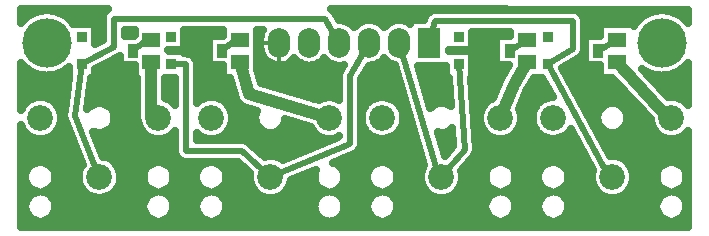
<source format=gtl>
G04 DipTrace 3.2.0.1*
G04 WellMonitor.gtl*
%MOIN*%
G04 #@! TF.FileFunction,Copper,L1,Top*
G04 #@! TF.Part,Single*
G04 #@! TA.AperFunction,Conductor*
%ADD13C,0.04*%
G04 #@! TA.AperFunction,CopperBalancing*
%ADD14C,0.025*%
G04 #@! TA.AperFunction,Conductor*
%ADD15C,0.02*%
G04 #@! TA.AperFunction,CopperBalancing*
%ADD18C,0.012992*%
%ADD19R,0.059055X0.051181*%
G04 #@! TA.AperFunction,ComponentPad*
%ADD20C,0.085984*%
%ADD21R,0.074803X0.098425*%
%ADD22O,0.074803X0.098425*%
%ADD24R,0.035433X0.035433*%
%ADD25R,0.035433X0.045276*%
G04 #@! TA.AperFunction,ViaPad*
%ADD26C,0.165*%
%FSLAX26Y26*%
G04*
G70*
G90*
G75*
G01*
G04 Top*
%LPD*%
X2118794Y980047D2*
D13*
X2074268Y902927D1*
X2030551Y793347D1*
X1163149Y980047D2*
X1193215Y873883D1*
X1460551Y793347D1*
X2418428Y980047D2*
X2590551Y793347D1*
X2600551D1*
X636403Y972173D2*
D15*
X613026Y801494D1*
X693701Y596496D1*
X1493701Y1043701D2*
X1447402Y1123894D1*
X741009D1*
Y1030596D1*
X636403Y972173D1*
X932711D2*
X982171D1*
Y683280D1*
X1169041D1*
X1263701Y596496D1*
X1593701Y1043701D2*
X1529435Y932389D1*
Y707414D1*
X1263701Y596496D1*
X1891757Y972173D2*
X1911442Y687921D1*
X1833701Y596496D1*
X1693701Y1043701D2*
X1827034Y596496D1*
X1833701D1*
X2187576Y972173D2*
X2393701Y596496D1*
X2403701D1*
X1793701Y1043701D2*
X1813306Y1116866D1*
X2273511D1*
Y1023708D1*
X2187576Y972173D1*
X1102003Y1017449D2*
X1146457Y1053811D1*
X1163149Y1054851D1*
X805694Y1017449D2*
X866958Y1067553D1*
Y1054851D1*
X2061049Y1017449D2*
X2118794Y1054851D1*
X2356868Y1017449D2*
X2418428Y1054851D1*
X866958Y980047D2*
D13*
Y793347D1*
X890551D1*
D26*
X518701Y1043701D3*
X2568701D3*
X435262Y1131332D2*
D14*
X451398D1*
X586011D2*
X702766D1*
X1487745D2*
X1777318D1*
X2309529D2*
X2501390D1*
X2636003D2*
X2653610D1*
X683114Y1106463D2*
X702013D1*
X1534753D2*
X1552648D1*
X1634763D2*
X1652657D1*
X2312507D2*
X2359898D1*
X683114Y1081595D2*
X702013D1*
X780001D2*
X808445D1*
X979410D2*
X1104633D1*
X1221664D2*
X1232884D1*
X2312507D2*
X2359898D1*
X683114Y1056726D2*
X702013D1*
X979410D2*
X1055293D1*
X1938451D2*
X2014333D1*
X979410Y1031857D2*
X1055293D1*
X1938451D2*
X2014333D1*
X995594Y1006988D2*
X1055293D1*
X1221664D2*
X1232345D1*
X1938451D2*
X2014333D1*
X731558Y982120D2*
X758997D1*
X1019779D2*
X1055293D1*
X1221664D2*
X1251149D1*
X1336278D2*
X1351122D1*
X1436251D2*
X1451131D1*
X1636270D2*
X1651150D1*
X1938451D2*
X2014333D1*
X2277628D2*
X2310163D1*
X434867Y957251D2*
X449819D1*
X687025D2*
X808445D1*
X1021179D2*
X1104633D1*
X1221664D2*
X1499144D1*
X1588436D2*
X1678888D1*
X1760070D2*
X1845032D1*
X1938451D2*
X2049464D1*
X2239878D2*
X2359898D1*
X2637582D2*
X2653251D1*
X434831Y932382D2*
X589695D1*
X683114D2*
X808445D1*
X1021179D2*
X1104633D1*
X1227477D2*
X1490460D1*
X1574082D2*
X1686316D1*
X1767462D2*
X1845032D1*
X1938451D2*
X2035075D1*
X2253550D2*
X2359898D1*
X2528099D2*
X2653180D1*
X434760Y907513D2*
X588224D1*
X666894D2*
X817955D1*
X915967D2*
X943191D1*
X1021179D2*
X1132874D1*
X1245276D2*
X1490460D1*
X1568413D2*
X1693708D1*
X1774890D2*
X1857161D1*
X1935329D2*
X2023556D1*
X2133086D2*
X2178934D1*
X2267186D2*
X2419574D1*
X2551029D2*
X2653144D1*
X434724Y882645D2*
X584815D1*
X663485D2*
X817955D1*
X915967D2*
X943191D1*
X1021179D2*
X1139908D1*
X1327809D2*
X1490460D1*
X1568413D2*
X1701136D1*
X1782283D2*
X1858883D1*
X1937051D2*
X2013616D1*
X2118733D2*
X2192570D1*
X2280822D2*
X2442504D1*
X2573959D2*
X2653072D1*
X434652Y857776D2*
X468335D1*
X525367D2*
X581406D1*
X660076D2*
X817955D1*
X919053D2*
X943191D1*
X1021179D2*
X1038319D1*
X1095352D2*
X1147120D1*
X1410379D2*
X1432041D1*
X1568413D2*
X1608340D1*
X1665372D2*
X1708564D1*
X1789711D2*
X1860606D1*
X1938773D2*
X2002025D1*
X2108793D2*
X2178324D1*
X2294458D2*
X2465434D1*
X2629078D2*
X2653036D1*
X556479Y832907D2*
X577997D1*
X726965D2*
X817955D1*
X1126463D2*
X1168759D1*
X1568413D2*
X1577228D1*
X1696483D2*
X1715956D1*
X1940496D2*
X1970914D1*
X2098889D2*
X2147213D1*
X2308129D2*
X2370448D1*
X2436954D2*
X2488328D1*
X744117Y808038D2*
X817955D1*
X1137264D2*
X1213291D1*
X1707249D2*
X1723384D1*
X1942218D2*
X1960148D1*
X2100970D2*
X2136447D1*
X2321765D2*
X2353295D1*
X2454106D2*
X2511258D1*
X568069Y783170D2*
X578535D1*
X745265D2*
X819103D1*
X1138090D2*
X1212142D1*
X1315286D2*
X1330668D1*
X1708074D2*
X1730813D1*
X1943941D2*
X1959323D1*
X2101795D2*
X2135622D1*
X2335401D2*
X2352147D1*
X2455255D2*
X2529307D1*
X559349Y758301D2*
X588296D1*
X732024D2*
X828038D1*
X1129334D2*
X1225384D1*
X1302009D2*
X1398058D1*
X1699354D2*
X1738205D1*
X1945663D2*
X1968043D1*
X2093040D2*
X2144342D1*
X2349037D2*
X2365388D1*
X2442013D2*
X2538063D1*
X434401Y733432D2*
X459149D1*
X534553D2*
X598092D1*
X681535D2*
X852870D1*
X928239D2*
X943191D1*
X1021179D2*
X1029169D1*
X1104538D2*
X1422854D1*
X1568413D2*
X1599153D1*
X1674522D2*
X1745633D1*
X1826779D2*
X1869218D1*
X1947386D2*
X1992875D1*
X2068244D2*
X2169174D1*
X2244543D2*
X2274458D1*
X2362709D2*
X2562859D1*
X2638228D2*
X2652749D1*
X434329Y708563D2*
X607889D1*
X691332D2*
X943191D1*
X1197980D2*
X1434947D1*
X1568413D2*
X1753025D1*
X1834207D2*
X1870940D1*
X1949108D2*
X2288094D1*
X2376345D2*
X2652713D1*
X434293Y683694D2*
X617685D1*
X701092D2*
X943191D1*
X1225073D2*
X1375380D1*
X1559657D2*
X1760453D1*
X1841599D2*
X1857448D1*
X1950185D2*
X2301730D1*
X2389981D2*
X2652641D1*
X434221Y658826D2*
X627446D1*
X726929D2*
X952592D1*
X1296913D2*
X1315776D1*
X1510280D2*
X1767881D1*
X1937087D2*
X2315366D1*
X2436918D2*
X2652570D1*
X434185Y633957D2*
X461051D1*
X532652D2*
X632685D1*
X754739D2*
X854772D1*
X926337D2*
X1031071D1*
X1102636D2*
X1166354D1*
X1496357D2*
X1601055D1*
X1672656D2*
X1772689D1*
X1915951D2*
X1994777D1*
X2066342D2*
X2171076D1*
X2242641D2*
X2329038D1*
X2464728D2*
X2564761D1*
X2636326D2*
X2652534D1*
X434114Y609088D2*
X445846D1*
X547867D2*
X622852D1*
X764535D2*
X839557D1*
X941552D2*
X1015856D1*
X1117851D2*
X1192873D1*
X1391109D2*
X1409541D1*
X1511572D2*
X1585840D1*
X1687871D2*
X1762857D1*
X1904540D2*
X1979562D1*
X2081557D2*
X2155861D1*
X2257856D2*
X2332877D1*
X2474524D2*
X2549546D1*
X434078Y584219D2*
X445773D1*
X547938D2*
X622816D1*
X764607D2*
X839449D1*
X941624D2*
X1015748D1*
X1117923D2*
X1192801D1*
X1334591D2*
X1409470D1*
X1511644D2*
X1585769D1*
X1687943D2*
X1762821D1*
X1904576D2*
X1979454D1*
X2081628D2*
X2155753D1*
X2257927D2*
X2332806D1*
X2474596D2*
X2549474D1*
X434006Y559351D2*
X460728D1*
X532975D2*
X632469D1*
X754918D2*
X854413D1*
X926696D2*
X1030712D1*
X1102995D2*
X1202490D1*
X1324939D2*
X1424397D1*
X1496680D2*
X1600696D1*
X1672979D2*
X1772474D1*
X1894923D2*
X1994418D1*
X2066701D2*
X2170717D1*
X2243000D2*
X2342494D1*
X2464907D2*
X2564402D1*
X2636685D2*
X2652354D1*
X433934Y534482D2*
X459902D1*
X533800D2*
X659849D1*
X727539D2*
X853624D1*
X927485D2*
X1029923D1*
X1103784D2*
X1229869D1*
X1297559D2*
X1423608D1*
X1497470D2*
X1599907D1*
X1673769D2*
X1799854D1*
X1867543D2*
X1993628D1*
X2067490D2*
X2169927D1*
X2243789D2*
X2369874D1*
X2437528D2*
X2563613D1*
X2637474D2*
X2652318D1*
X433898Y509613D2*
X445618D1*
X548118D2*
X839270D1*
X941803D2*
X1015569D1*
X1118102D2*
X1409290D1*
X1511823D2*
X1585589D1*
X1688122D2*
X1979275D1*
X2081808D2*
X2155574D1*
X2258107D2*
X2549295D1*
X433827Y484744D2*
X446040D1*
X547651D2*
X839736D1*
X941373D2*
X1016035D1*
X1117672D2*
X1409757D1*
X1511357D2*
X1586056D1*
X1687656D2*
X1979741D1*
X2081377D2*
X2156040D1*
X2257676D2*
X2549726D1*
X433791Y459876D2*
X461912D1*
X531790D2*
X855597D1*
X925512D2*
X1031896D1*
X1101811D2*
X1425618D1*
X1495496D2*
X1601917D1*
X1671795D2*
X1995602D1*
X2065481D2*
X2171901D1*
X2241780D2*
X2565622D1*
X2635501D2*
X2652139D1*
X433719Y435007D2*
X2652103D1*
X762971Y591045D2*
X761265Y580276D1*
X757896Y569906D1*
X752946Y560191D1*
X746537Y551370D1*
X738827Y543660D1*
X730006Y537251D1*
X720291Y532301D1*
X709922Y528932D1*
X699153Y527226D1*
X688249D1*
X677480Y528932D1*
X667111Y532301D1*
X657396Y537251D1*
X648575Y543660D1*
X640865Y551370D1*
X634456Y560191D1*
X629506Y569906D1*
X626137Y580276D1*
X624431Y591045D1*
Y601948D1*
X626137Y612717D1*
X629506Y623087D1*
X634456Y632802D1*
X638107Y638125D1*
X578125Y790836D1*
X576888Y796427D1*
X576540Y802142D1*
X578118Y815547D1*
X593520Y927999D1*
X592195Y927965D1*
Y963239D1*
X582765Y955525D1*
X575649Y950770D1*
X568182Y946588D1*
X560410Y943006D1*
X552381Y940043D1*
X544145Y937720D1*
X535751Y936051D1*
X527252Y935045D1*
X518701Y934709D1*
X510150Y935045D1*
X501651Y936051D1*
X493257Y937720D1*
X485021Y940043D1*
X476992Y943006D1*
X469220Y946588D1*
X461753Y950770D1*
X454637Y955525D1*
X447916Y960823D1*
X441632Y966632D1*
X435823Y972916D1*
X432408Y977248D1*
X432073Y818481D1*
X434940Y824892D1*
X440637Y834188D1*
X447718Y842479D1*
X456009Y849561D1*
X465305Y855257D1*
X475379Y859430D1*
X485981Y861975D1*
X496851Y862831D1*
X507720Y861975D1*
X518322Y859430D1*
X528396Y855257D1*
X537692Y849561D1*
X545983Y842479D1*
X553064Y834188D1*
X558761Y824892D1*
X562934Y814818D1*
X565479Y804216D1*
X566335Y793347D1*
X565479Y782477D1*
X562934Y771875D1*
X558761Y761802D1*
X553064Y752505D1*
X545983Y744214D1*
X537692Y737133D1*
X528396Y731436D1*
X518322Y727263D1*
X507720Y724718D1*
X496851Y723863D1*
X485981Y724718D1*
X475379Y727263D1*
X465305Y731436D1*
X456009Y737133D1*
X447718Y744214D1*
X440637Y752505D1*
X434940Y761802D1*
X431970Y768616D1*
X431225Y431219D1*
X2654596Y431201D1*
X2655288Y750549D1*
X2649684Y744214D1*
X2641393Y737133D1*
X2632097Y731436D1*
X2622023Y727263D1*
X2611421Y724718D1*
X2600551Y723863D1*
X2589682Y724718D1*
X2579080Y727263D1*
X2569006Y731436D1*
X2559710Y737133D1*
X2551419Y744214D1*
X2544338Y752505D1*
X2538641Y761802D1*
X2534468Y771875D1*
X2531923Y782477D1*
X2531234Y789109D1*
X2403207Y927967D1*
X2362409Y927965D1*
Y968334D1*
X2312659Y968319D1*
Y1066579D1*
X2362431D1*
X2362409Y1106933D1*
X2474448D1*
Y1098428D1*
X2480525Y1107765D1*
X2485823Y1114486D1*
X2491632Y1120770D1*
X2497916Y1126579D1*
X2504637Y1131877D1*
X2511753Y1136632D1*
X2519220Y1140814D1*
X2526992Y1144396D1*
X2535021Y1147359D1*
X2543257Y1149682D1*
X2551651Y1151351D1*
X2560150Y1152357D1*
X2568701Y1152693D1*
X2577252Y1152357D1*
X2585751Y1151351D1*
X2594145Y1149682D1*
X2602381Y1147359D1*
X2610410Y1144396D1*
X2618182Y1140814D1*
X2625649Y1136632D1*
X2632765Y1131877D1*
X2639486Y1126579D1*
X2645770Y1120770D1*
X2651579Y1114486D1*
X2656070Y1108789D1*
X2656174Y1154604D1*
X1465747Y1155439D1*
X1471102Y1151643D1*
X1475151Y1147594D1*
X1478522Y1142951D1*
X1492156Y1119361D1*
X1498714Y1119209D1*
X1508617Y1117640D1*
X1518152Y1114542D1*
X1527085Y1109990D1*
X1535197Y1104097D1*
X1542286Y1097008D1*
X1543681Y1095238D1*
X1548521Y1100692D1*
X1556145Y1107203D1*
X1564694Y1112442D1*
X1573957Y1116278D1*
X1583706Y1118619D1*
X1593701Y1119406D1*
X1603696Y1118619D1*
X1613445Y1116278D1*
X1622708Y1112442D1*
X1631257Y1107203D1*
X1638881Y1100692D1*
X1643681Y1095238D1*
X1648521Y1100692D1*
X1656145Y1107203D1*
X1664694Y1112442D1*
X1673957Y1116278D1*
X1683706Y1118619D1*
X1693701Y1119406D1*
X1703696Y1118619D1*
X1713445Y1116278D1*
X1722708Y1112442D1*
X1729806Y1108172D1*
X1729807Y1119406D1*
X1776206D1*
X1779592Y1130831D1*
X1782191Y1135933D1*
X1785557Y1140566D1*
X1789606Y1144615D1*
X1794239Y1147981D1*
X1799341Y1150581D1*
X1804787Y1152350D1*
X1810443Y1153246D1*
X1859238Y1153358D1*
X2276374Y1153246D1*
X2282030Y1152350D1*
X2287476Y1150581D1*
X2292578Y1147981D1*
X2297210Y1144615D1*
X2301260Y1140566D1*
X2304625Y1135933D1*
X2307225Y1130831D1*
X2308995Y1125385D1*
X2309890Y1119729D1*
X2310003Y1070935D1*
X2309861Y1020496D1*
X2308911Y1014849D1*
X2307090Y1009420D1*
X2304441Y1004343D1*
X2301031Y999743D1*
X2296943Y995733D1*
X2292279Y992412D1*
X2236484Y958952D1*
X2397343Y665722D1*
X2403701Y665980D1*
X2414571Y665125D1*
X2425173Y662580D1*
X2435246Y658407D1*
X2444543Y652710D1*
X2452834Y645629D1*
X2459915Y637338D1*
X2465612Y628041D1*
X2469784Y617968D1*
X2472330Y607366D1*
X2473185Y596496D1*
X2472330Y585627D1*
X2469784Y575024D1*
X2465612Y564951D1*
X2459915Y555655D1*
X2452834Y547364D1*
X2444543Y540282D1*
X2435246Y534585D1*
X2425173Y530413D1*
X2414571Y527868D1*
X2403701Y527012D1*
X2392831Y527868D1*
X2382229Y530413D1*
X2372156Y534585D1*
X2362859Y540282D1*
X2354568Y547364D1*
X2347487Y555655D1*
X2341790Y564951D1*
X2337618Y575024D1*
X2335072Y585627D1*
X2334217Y596496D1*
X2335072Y607366D1*
X2337618Y617968D1*
X2338687Y620867D1*
X2264959Y755275D1*
X2259687Y748220D1*
X2251977Y740511D1*
X2243156Y734102D1*
X2233441Y729152D1*
X2223071Y725782D1*
X2212302Y724077D1*
X2201399D1*
X2190630Y725782D1*
X2180260Y729152D1*
X2170545Y734102D1*
X2161724Y740511D1*
X2154014Y748220D1*
X2147606Y757041D1*
X2142656Y766756D1*
X2139286Y777126D1*
X2137581Y787895D1*
Y798798D1*
X2139286Y809567D1*
X2142656Y819937D1*
X2147606Y829652D1*
X2154014Y838473D1*
X2161724Y846183D1*
X2170545Y852592D1*
X2180260Y857542D1*
X2190630Y860911D1*
X2201399Y862617D1*
X2205977Y862796D1*
X2170195Y927990D1*
X2142410Y927965D1*
X2116212Y882592D1*
X2092865Y824073D1*
X2096635Y814818D1*
X2099180Y804216D1*
X2100036Y793347D1*
X2099180Y782477D1*
X2096635Y771875D1*
X2092462Y761802D1*
X2086765Y752505D1*
X2079684Y744214D1*
X2071393Y737133D1*
X2062097Y731436D1*
X2052023Y727263D1*
X2041421Y724718D1*
X2030551Y723863D1*
X2019682Y724718D1*
X2009080Y727263D1*
X1999006Y731436D1*
X1989710Y737133D1*
X1981419Y744214D1*
X1974338Y752505D1*
X1968641Y761802D1*
X1964468Y771875D1*
X1961923Y782477D1*
X1961067Y793347D1*
X1961923Y804216D1*
X1964468Y814818D1*
X1968641Y824892D1*
X1974338Y834188D1*
X1981419Y842479D1*
X1989710Y849561D1*
X1999006Y855257D1*
X2006460Y858464D1*
X2032577Y923502D1*
X2058352Y968344D1*
X2016840Y968319D1*
Y1066579D1*
X2062808D1*
X2062775Y1080385D1*
X1935948Y1080374D1*
X1935966Y1018516D1*
X1857595Y1018356D1*
Y1016382D1*
X1935966D1*
Y927965D1*
X1931409D1*
X1947934Y688001D1*
X1947498Y682291D1*
X1946173Y676720D1*
X1943993Y671425D1*
X1941012Y666536D1*
X1909488Y629291D1*
X1899795Y617891D1*
X1902330Y607366D1*
X1903185Y596496D1*
X1902330Y585627D1*
X1899784Y575024D1*
X1895612Y564951D1*
X1889915Y555655D1*
X1882834Y547364D1*
X1874543Y540282D1*
X1865246Y534585D1*
X1855173Y530413D1*
X1844571Y527868D1*
X1833701Y527012D1*
X1822831Y527868D1*
X1812229Y530413D1*
X1802156Y534585D1*
X1792859Y540282D1*
X1784568Y547364D1*
X1777487Y555655D1*
X1771790Y564951D1*
X1767618Y575024D1*
X1765072Y585627D1*
X1764217Y596496D1*
X1765072Y607366D1*
X1767618Y617968D1*
X1771790Y628041D1*
X1777002Y636611D1*
X1677570Y970084D1*
X1669250Y972860D1*
X1660317Y977412D1*
X1652205Y983305D1*
X1645116Y990394D1*
X1643721Y992164D1*
X1638881Y986710D1*
X1631257Y980199D1*
X1622708Y974960D1*
X1613445Y971124D1*
X1603696Y968783D1*
X1593701Y967996D1*
X1592154Y968057D1*
X1565933Y922623D1*
X1565822Y704649D1*
X1564941Y698991D1*
X1563187Y693540D1*
X1560601Y688431D1*
X1557248Y683789D1*
X1553210Y679729D1*
X1548586Y676351D1*
X1543491Y673737D1*
X1474048Y644752D1*
X1479729Y642796D1*
X1486736Y639226D1*
X1493098Y634603D1*
X1498658Y629043D1*
X1503281Y622681D1*
X1506851Y615674D1*
X1509281Y608195D1*
X1510511Y600428D1*
Y592564D1*
X1509281Y584797D1*
X1506851Y577318D1*
X1503281Y570312D1*
X1498658Y563950D1*
X1493098Y558389D1*
X1486736Y553767D1*
X1479729Y550197D1*
X1472250Y547767D1*
X1469914Y547302D1*
X1476037Y545732D1*
X1483303Y542723D1*
X1490008Y538614D1*
X1495987Y533507D1*
X1501095Y527527D1*
X1505203Y520822D1*
X1508213Y513557D1*
X1510048Y505911D1*
X1510665Y498071D1*
X1510048Y490232D1*
X1508213Y482585D1*
X1505203Y475320D1*
X1501095Y468615D1*
X1495987Y462635D1*
X1490008Y457528D1*
X1483303Y453419D1*
X1476037Y450410D1*
X1468391Y448574D1*
X1460551Y447957D1*
X1452712Y448574D1*
X1445065Y450410D1*
X1437800Y453419D1*
X1431095Y457528D1*
X1425115Y462635D1*
X1420008Y468615D1*
X1415899Y475320D1*
X1412890Y482585D1*
X1411054Y490232D1*
X1410437Y498071D1*
X1411054Y505911D1*
X1412890Y513557D1*
X1415899Y520822D1*
X1420008Y527527D1*
X1425115Y533507D1*
X1431095Y538614D1*
X1437800Y542723D1*
X1445065Y545732D1*
X1451189Y547265D1*
X1445065Y548835D1*
X1437800Y551844D1*
X1431095Y555953D1*
X1425115Y561060D1*
X1420008Y567040D1*
X1415899Y573745D1*
X1412890Y581010D1*
X1411054Y588657D1*
X1410437Y596496D1*
X1411054Y604336D1*
X1412890Y611982D1*
X1415899Y619248D1*
X1416793Y620843D1*
X1332315Y585593D1*
X1329784Y575024D1*
X1325612Y564951D1*
X1319915Y555655D1*
X1312834Y547364D1*
X1304543Y540282D1*
X1295246Y534585D1*
X1285173Y530413D1*
X1274571Y527868D1*
X1263701Y527012D1*
X1252831Y527868D1*
X1242229Y530413D1*
X1232156Y534585D1*
X1222859Y540282D1*
X1214568Y547364D1*
X1207487Y555655D1*
X1201790Y564951D1*
X1197618Y575024D1*
X1195072Y585627D1*
X1194217Y596496D1*
X1195072Y607366D1*
X1195501Y609519D1*
X1154849Y646784D1*
X979308Y646900D1*
X973652Y647796D1*
X968206Y649565D1*
X963104Y652165D1*
X958471Y655531D1*
X954422Y659580D1*
X951056Y664213D1*
X948456Y669315D1*
X946687Y674761D1*
X945791Y680417D1*
X945679Y729211D1*
Y751065D1*
X939684Y744214D1*
X931393Y737133D1*
X922097Y731436D1*
X912023Y727263D1*
X901421Y724718D1*
X890551Y723863D1*
X879682Y724718D1*
X869080Y727263D1*
X859006Y731436D1*
X849710Y737133D1*
X841419Y744214D1*
X834338Y752505D1*
X828641Y761802D1*
X824468Y771875D1*
X821751Y782493D1*
X820609Y789699D1*
X820466Y820906D1*
Y927948D1*
X810939Y927965D1*
Y968335D1*
X761486Y968319D1*
Y1000364D1*
X718702Y976339D1*
X680637Y955080D1*
X680612Y927965D1*
X667155D1*
X652686Y822133D1*
X658265Y828783D1*
X664245Y833890D1*
X670950Y837999D1*
X678215Y841008D1*
X685861Y842844D1*
X693701Y843461D1*
X701541Y842844D1*
X709187Y841008D1*
X716452Y837999D1*
X723157Y833890D1*
X729137Y828783D1*
X734244Y822803D1*
X738353Y816098D1*
X741362Y808833D1*
X743198Y801186D1*
X743815Y793347D1*
X743198Y785507D1*
X741362Y777861D1*
X738353Y770595D1*
X734244Y763890D1*
X729137Y757911D1*
X723157Y752804D1*
X716452Y748695D1*
X709187Y745685D1*
X701541Y743850D1*
X693701Y743233D1*
X685861Y743850D1*
X678215Y745685D1*
X673476Y747530D1*
X705999Y664896D1*
X715173Y662580D1*
X725246Y658407D1*
X734543Y652710D1*
X742834Y645629D1*
X749915Y637338D1*
X755612Y628041D1*
X759784Y617968D1*
X762330Y607366D1*
X763185Y596496D1*
X762971Y591045D1*
X913443Y858906D2*
X922097Y855257D1*
X931393Y849561D1*
X939684Y842479D1*
X945670Y835578D1*
X945679Y927974D1*
X913441Y927965D1*
X913450Y858938D1*
X546810Y494139D2*
X545580Y486372D1*
X543150Y478893D1*
X539580Y471887D1*
X534958Y465525D1*
X529397Y459964D1*
X523035Y455342D1*
X516028Y451772D1*
X508549Y449342D1*
X500783Y448112D1*
X492919D1*
X485152Y449342D1*
X477673Y451772D1*
X470666Y455342D1*
X464304Y459964D1*
X458744Y465525D1*
X454121Y471887D1*
X450551Y478893D1*
X448121Y486372D1*
X446891Y494139D1*
Y502003D1*
X448121Y509770D1*
X450551Y517249D1*
X454121Y524256D1*
X458744Y530618D1*
X464304Y536178D1*
X470666Y540800D1*
X477673Y544370D1*
X485152Y546800D1*
X487488Y547265D1*
X481365Y548835D1*
X474099Y551844D1*
X467394Y555953D1*
X461415Y561060D1*
X456307Y567040D1*
X452199Y573745D1*
X449189Y581010D1*
X447354Y588657D1*
X446737Y596496D1*
X447354Y604336D1*
X449189Y611982D1*
X452199Y619248D1*
X456307Y625953D1*
X461415Y631932D1*
X467394Y637039D1*
X474099Y641148D1*
X481365Y644158D1*
X489011Y645993D1*
X496851Y646610D1*
X504690Y645993D1*
X512337Y644158D1*
X519602Y641148D1*
X526307Y637039D1*
X532287Y631932D1*
X537394Y625953D1*
X541503Y619248D1*
X544512Y611982D1*
X546348Y604336D1*
X546965Y596496D1*
X546348Y588657D1*
X544512Y581010D1*
X541503Y573745D1*
X537394Y567040D1*
X532287Y561060D1*
X526307Y555953D1*
X519602Y551844D1*
X512337Y548835D1*
X506213Y547302D1*
X512337Y545732D1*
X519602Y542723D1*
X526307Y538614D1*
X532287Y533507D1*
X537394Y527527D1*
X541503Y520822D1*
X544512Y513557D1*
X546348Y505911D1*
X546965Y498071D1*
X546810Y494139D1*
X940511D2*
X939281Y486372D1*
X936851Y478893D1*
X933281Y471887D1*
X928658Y465525D1*
X923098Y459964D1*
X916736Y455342D1*
X909729Y451772D1*
X902250Y449342D1*
X894483Y448112D1*
X886619D1*
X878853Y449342D1*
X871374Y451772D1*
X864367Y455342D1*
X858005Y459964D1*
X852444Y465525D1*
X847822Y471887D1*
X844252Y478893D1*
X841822Y486372D1*
X840592Y494139D1*
Y502003D1*
X841822Y509770D1*
X844252Y517249D1*
X847822Y524256D1*
X852444Y530618D1*
X858005Y536178D1*
X864367Y540800D1*
X871374Y544370D1*
X878853Y546800D1*
X881189Y547265D1*
X875065Y548835D1*
X867800Y551844D1*
X861095Y555953D1*
X855115Y561060D1*
X850008Y567040D1*
X845899Y573745D1*
X842890Y581010D1*
X841054Y588657D1*
X840437Y596496D1*
X841054Y604336D1*
X842890Y611982D1*
X845899Y619248D1*
X850008Y625953D1*
X855115Y631932D1*
X861095Y637039D1*
X867800Y641148D1*
X875065Y644158D1*
X882712Y645993D1*
X890551Y646610D1*
X898391Y645993D1*
X906037Y644158D1*
X913303Y641148D1*
X920008Y637039D1*
X925987Y631932D1*
X931095Y625953D1*
X935203Y619248D1*
X938213Y611982D1*
X940048Y604336D1*
X940665Y596496D1*
X940048Y588657D1*
X938213Y581010D1*
X935203Y573745D1*
X931095Y567040D1*
X925987Y561060D1*
X920008Y555953D1*
X913303Y551844D1*
X906037Y548835D1*
X899914Y547302D1*
X906037Y545732D1*
X913303Y542723D1*
X920008Y538614D1*
X925987Y533507D1*
X931095Y527527D1*
X935203Y520822D1*
X938213Y513557D1*
X940048Y505911D1*
X940665Y498071D1*
X940511Y494139D1*
X1244834Y663314D2*
X1252831Y665125D1*
X1263701Y665980D1*
X1274571Y665125D1*
X1285173Y662580D1*
X1295246Y658407D1*
X1304206Y652935D1*
X1482023Y727263D1*
X1471421Y724718D1*
X1460551Y723863D1*
X1449682Y724718D1*
X1439080Y727263D1*
X1429006Y731436D1*
X1419710Y737133D1*
X1411419Y744214D1*
X1404338Y752505D1*
X1398641Y761802D1*
X1397757Y763718D1*
X1313656Y789044D1*
X1312430Y781648D1*
X1310000Y774169D1*
X1306430Y767162D1*
X1301808Y760800D1*
X1296247Y755240D1*
X1289886Y750617D1*
X1282879Y747047D1*
X1275400Y744617D1*
X1267633Y743387D1*
X1259769D1*
X1252002Y744617D1*
X1244523Y747047D1*
X1237516Y750617D1*
X1231155Y755240D1*
X1225594Y760800D1*
X1220972Y767162D1*
X1217402Y774169D1*
X1214972Y781648D1*
X1213741Y789415D1*
Y797279D1*
X1214972Y805046D1*
X1217402Y812524D1*
X1219748Y817345D1*
X1176353Y830557D1*
X1169783Y833728D1*
X1163790Y837888D1*
X1158521Y842934D1*
X1154107Y848743D1*
X1150656Y855170D1*
X1149315Y858581D1*
X1129581Y927954D1*
X1107129Y927965D1*
Y968334D1*
X1057795Y968319D1*
Y1066579D1*
X1104408D1*
X1107129Y1076259D1*
Y1087419D1*
X976924Y1087402D1*
X976920Y1018516D1*
X922986D1*
X925249Y1016382D1*
X976920D1*
Y1008667D1*
X985034Y1008553D1*
X990690Y1007657D1*
X996136Y1005888D1*
X1001238Y1003288D1*
X1005871Y999922D1*
X1009920Y995873D1*
X1013285Y991241D1*
X1015885Y986138D1*
X1017655Y980692D1*
X1018550Y975037D1*
X1018663Y926242D1*
Y843385D1*
X1026009Y849561D1*
X1035305Y855257D1*
X1045379Y859430D1*
X1055981Y861975D1*
X1066851Y862831D1*
X1077720Y861975D1*
X1088322Y859430D1*
X1098396Y855257D1*
X1107692Y849561D1*
X1115983Y842479D1*
X1123064Y834188D1*
X1128761Y824892D1*
X1132934Y814818D1*
X1135479Y804216D1*
X1136335Y793347D1*
X1135479Y782477D1*
X1132934Y771875D1*
X1128761Y761802D1*
X1123064Y752505D1*
X1115983Y744214D1*
X1107692Y737133D1*
X1098396Y731436D1*
X1088322Y727263D1*
X1077720Y724718D1*
X1066851Y723863D1*
X1055981Y724718D1*
X1045379Y727263D1*
X1035305Y731436D1*
X1026009Y737133D1*
X1018673Y743332D1*
X1018663Y719800D1*
X1171904Y719659D1*
X1177560Y718764D1*
X1183006Y716994D1*
X1188108Y714394D1*
X1192749Y711021D1*
X1244777Y663352D1*
X1492933Y731904D2*
X1490645Y730767D1*
X1424525Y852748D2*
X1433961Y857542D1*
X1444331Y860911D1*
X1455100Y862617D1*
X1466003D1*
X1476772Y860911D1*
X1487142Y857542D1*
X1492933Y854789D1*
X1493055Y935252D1*
X1493951Y940908D1*
X1495720Y946354D1*
X1502425Y958590D1*
X1508617Y969762D1*
X1498714Y968193D1*
X1488688D1*
X1478785Y969762D1*
X1469250Y972860D1*
X1460317Y977412D1*
X1452205Y983305D1*
X1445116Y990394D1*
X1443721Y992164D1*
X1438881Y986710D1*
X1431257Y980199D1*
X1422708Y974960D1*
X1413445Y971124D1*
X1403696Y968783D1*
X1393701Y967996D1*
X1383706Y968783D1*
X1373957Y971124D1*
X1364694Y974960D1*
X1356145Y980199D1*
X1348521Y986710D1*
X1343721Y992164D1*
X1339286Y987119D1*
X1333846Y982183D1*
X1327876Y977904D1*
X1321455Y974339D1*
X1314666Y971534D1*
X1307601Y969527D1*
X1300352Y968344D1*
X1293015Y968000D1*
X1285687Y968501D1*
X1278465Y969840D1*
X1271444Y971998D1*
X1264718Y974948D1*
X1258374Y978651D1*
X1252498Y983057D1*
X1247165Y988108D1*
X1242448Y993738D1*
X1238408Y999873D1*
X1235099Y1006430D1*
X1232564Y1013324D1*
X1230838Y1020463D1*
X1229941Y1027753D1*
X1229808Y1046588D1*
X1230007Y1060553D1*
X1231006Y1067830D1*
X1232834Y1074944D1*
X1235466Y1081801D1*
X1238340Y1087398D1*
X1219142Y1087402D1*
X1219168Y952862D1*
X1231007Y911062D1*
X1424496Y852765D1*
X1116810Y494139D2*
X1115580Y486372D1*
X1113150Y478893D1*
X1109580Y471887D1*
X1104958Y465525D1*
X1099397Y459964D1*
X1093035Y455342D1*
X1086028Y451772D1*
X1078549Y449342D1*
X1070783Y448112D1*
X1062919D1*
X1055152Y449342D1*
X1047673Y451772D1*
X1040666Y455342D1*
X1034304Y459964D1*
X1028744Y465525D1*
X1024121Y471887D1*
X1020551Y478893D1*
X1018121Y486372D1*
X1016891Y494139D1*
Y502003D1*
X1018121Y509770D1*
X1020551Y517249D1*
X1024121Y524256D1*
X1028744Y530618D1*
X1034304Y536178D1*
X1040666Y540800D1*
X1047673Y544370D1*
X1055152Y546800D1*
X1057488Y547265D1*
X1051365Y548835D1*
X1044099Y551844D1*
X1037394Y555953D1*
X1031415Y561060D1*
X1026307Y567040D1*
X1022199Y573745D1*
X1019189Y581010D1*
X1017354Y588657D1*
X1016737Y596496D1*
X1017354Y604336D1*
X1019189Y611982D1*
X1022199Y619248D1*
X1026307Y625953D1*
X1031415Y631932D1*
X1037394Y637039D1*
X1044099Y641148D1*
X1051365Y644158D1*
X1059011Y645993D1*
X1066851Y646610D1*
X1074690Y645993D1*
X1082337Y644158D1*
X1089602Y641148D1*
X1096307Y637039D1*
X1102287Y631932D1*
X1107394Y625953D1*
X1111503Y619248D1*
X1114512Y611982D1*
X1116348Y604336D1*
X1116965Y596496D1*
X1116348Y588657D1*
X1114512Y581010D1*
X1111503Y573745D1*
X1107394Y567040D1*
X1102287Y561060D1*
X1096307Y555953D1*
X1089602Y551844D1*
X1082337Y548835D1*
X1076213Y547302D1*
X1082337Y545732D1*
X1089602Y542723D1*
X1096307Y538614D1*
X1102287Y533507D1*
X1107394Y527527D1*
X1111503Y520822D1*
X1114512Y513557D1*
X1116348Y505911D1*
X1116965Y498071D1*
X1116810Y494139D1*
X1706121Y787895D2*
X1704415Y777126D1*
X1701046Y766756D1*
X1696096Y757041D1*
X1689687Y748220D1*
X1681977Y740511D1*
X1673156Y734102D1*
X1663441Y729152D1*
X1653071Y725782D1*
X1642302Y724077D1*
X1631399D1*
X1620630Y725782D1*
X1610260Y729152D1*
X1600545Y734102D1*
X1591724Y740511D1*
X1584014Y748220D1*
X1577606Y757041D1*
X1572656Y766756D1*
X1569286Y777126D1*
X1567581Y787895D1*
Y798798D1*
X1569286Y809567D1*
X1572656Y819937D1*
X1577606Y829652D1*
X1584014Y838473D1*
X1591724Y846183D1*
X1600545Y852592D1*
X1610260Y857542D1*
X1620630Y860911D1*
X1631399Y862617D1*
X1642302D1*
X1653071Y860911D1*
X1663441Y857542D1*
X1673156Y852592D1*
X1681977Y846183D1*
X1689687Y838473D1*
X1696096Y829652D1*
X1701046Y819937D1*
X1704415Y809567D1*
X1706121Y798798D1*
Y787895D1*
X1686810Y494139D2*
X1685580Y486372D1*
X1683150Y478893D1*
X1679580Y471887D1*
X1674958Y465525D1*
X1669397Y459964D1*
X1663035Y455342D1*
X1656028Y451772D1*
X1648549Y449342D1*
X1640783Y448112D1*
X1632919D1*
X1625152Y449342D1*
X1617673Y451772D1*
X1610666Y455342D1*
X1604304Y459964D1*
X1598744Y465525D1*
X1594121Y471887D1*
X1590551Y478893D1*
X1588121Y486372D1*
X1586891Y494139D1*
Y502003D1*
X1588121Y509770D1*
X1590551Y517249D1*
X1594121Y524256D1*
X1598744Y530618D1*
X1604304Y536178D1*
X1610666Y540800D1*
X1617673Y544370D1*
X1625152Y546800D1*
X1627488Y547265D1*
X1621365Y548835D1*
X1614099Y551844D1*
X1607394Y555953D1*
X1601415Y561060D1*
X1596307Y567040D1*
X1592199Y573745D1*
X1589189Y581010D1*
X1587354Y588657D1*
X1586737Y596496D1*
X1587354Y604336D1*
X1589189Y611982D1*
X1592199Y619248D1*
X1596307Y625953D1*
X1601415Y631932D1*
X1607394Y637039D1*
X1614099Y641148D1*
X1621365Y644158D1*
X1629011Y645993D1*
X1636851Y646610D1*
X1644690Y645993D1*
X1652337Y644158D1*
X1659602Y641148D1*
X1666307Y637039D1*
X1672287Y631932D1*
X1677394Y625953D1*
X1681503Y619248D1*
X1684512Y611982D1*
X1686348Y604336D1*
X1686965Y596496D1*
X1686348Y588657D1*
X1684512Y581010D1*
X1681503Y573745D1*
X1677394Y567040D1*
X1672287Y561060D1*
X1666307Y555953D1*
X1659602Y551844D1*
X1652337Y548835D1*
X1646213Y547302D1*
X1652337Y545732D1*
X1659602Y542723D1*
X1666307Y538614D1*
X1672287Y533507D1*
X1677394Y527527D1*
X1681503Y520822D1*
X1684512Y513557D1*
X1686348Y505911D1*
X1686965Y498071D1*
X1686810Y494139D1*
X1869961Y758802D2*
X1866247Y755240D1*
X1859886Y750617D1*
X1852879Y747047D1*
X1845400Y744617D1*
X1837633Y743387D1*
X1829769D1*
X1822002Y744617D1*
X1820863Y744939D1*
X1844518Y665574D1*
X1874034Y700261D1*
X1869958Y758751D1*
X1796439Y826807D2*
X1801155Y831454D1*
X1807516Y836076D1*
X1814523Y839646D1*
X1822002Y842076D1*
X1829769Y843306D1*
X1837633D1*
X1845400Y842076D1*
X1852879Y839646D1*
X1859886Y836076D1*
X1864835Y832567D1*
X1858242Y927935D1*
X1847549Y927965D1*
Y967976D1*
X1754356Y967996D1*
X1796433Y826855D1*
X2080511Y494139D2*
X2079281Y486372D1*
X2076851Y478893D1*
X2073281Y471887D1*
X2068658Y465525D1*
X2063098Y459964D1*
X2056736Y455342D1*
X2049729Y451772D1*
X2042250Y449342D1*
X2034483Y448112D1*
X2026619D1*
X2018853Y449342D1*
X2011374Y451772D1*
X2004367Y455342D1*
X1998005Y459964D1*
X1992444Y465525D1*
X1987822Y471887D1*
X1984252Y478893D1*
X1981822Y486372D1*
X1980592Y494139D1*
Y502003D1*
X1981822Y509770D1*
X1984252Y517249D1*
X1987822Y524256D1*
X1992444Y530618D1*
X1998005Y536178D1*
X2004367Y540800D1*
X2011374Y544370D1*
X2018853Y546800D1*
X2021189Y547265D1*
X2015065Y548835D1*
X2007800Y551844D1*
X2001095Y555953D1*
X1995115Y561060D1*
X1990008Y567040D1*
X1985899Y573745D1*
X1982890Y581010D1*
X1981054Y588657D1*
X1980437Y596496D1*
X1981054Y604336D1*
X1982890Y611982D1*
X1985899Y619248D1*
X1990008Y625953D1*
X1995115Y631932D1*
X2001095Y637039D1*
X2007800Y641148D1*
X2015065Y644158D1*
X2022712Y645993D1*
X2030551Y646610D1*
X2038391Y645993D1*
X2046037Y644158D1*
X2053303Y641148D1*
X2060008Y637039D1*
X2065987Y631932D1*
X2071095Y625953D1*
X2075203Y619248D1*
X2078213Y611982D1*
X2080048Y604336D1*
X2080665Y596496D1*
X2080048Y588657D1*
X2078213Y581010D1*
X2075203Y573745D1*
X2071095Y567040D1*
X2065987Y561060D1*
X2060008Y555953D1*
X2053303Y551844D1*
X2046037Y548835D1*
X2039914Y547302D1*
X2046037Y545732D1*
X2053303Y542723D1*
X2060008Y538614D1*
X2065987Y533507D1*
X2071095Y527527D1*
X2075203Y520822D1*
X2078213Y513557D1*
X2080048Y505911D1*
X2080665Y498071D1*
X2080511Y494139D1*
X2590422Y862063D2*
X2600551Y862831D1*
X2611421Y861975D1*
X2622023Y859430D1*
X2632097Y855257D1*
X2641393Y849561D1*
X2649684Y842479D1*
X2655485Y835812D1*
X2655787Y978197D1*
X2651579Y972916D1*
X2645770Y966632D1*
X2639486Y960823D1*
X2632765Y955525D1*
X2625649Y950770D1*
X2618182Y946588D1*
X2610410Y943006D1*
X2602381Y940043D1*
X2594145Y937720D1*
X2585751Y936051D1*
X2577252Y935045D1*
X2568701Y934709D1*
X2560150Y935045D1*
X2551651Y936051D1*
X2543257Y937720D1*
X2535021Y940043D1*
X2526992Y943006D1*
X2519220Y946588D1*
X2511753Y950770D1*
X2503298Y956580D1*
X2590400Y862101D1*
X2256810Y494139D2*
X2255580Y486372D1*
X2253150Y478893D1*
X2249580Y471887D1*
X2244958Y465525D1*
X2239397Y459964D1*
X2233035Y455342D1*
X2226028Y451772D1*
X2218549Y449342D1*
X2210783Y448112D1*
X2202919D1*
X2195152Y449342D1*
X2187673Y451772D1*
X2180666Y455342D1*
X2174304Y459964D1*
X2168744Y465525D1*
X2164121Y471887D1*
X2160551Y478893D1*
X2158121Y486372D1*
X2156891Y494139D1*
Y502003D1*
X2158121Y509770D1*
X2160551Y517249D1*
X2164121Y524256D1*
X2168744Y530618D1*
X2174304Y536178D1*
X2180666Y540800D1*
X2187673Y544370D1*
X2195152Y546800D1*
X2197488Y547265D1*
X2191365Y548835D1*
X2184099Y551844D1*
X2177394Y555953D1*
X2171415Y561060D1*
X2166307Y567040D1*
X2162199Y573745D1*
X2159189Y581010D1*
X2157354Y588657D1*
X2156737Y596496D1*
X2157354Y604336D1*
X2159189Y611982D1*
X2162199Y619248D1*
X2166307Y625953D1*
X2171415Y631932D1*
X2177394Y637039D1*
X2184099Y641148D1*
X2191365Y644158D1*
X2199011Y645993D1*
X2206851Y646610D1*
X2214690Y645993D1*
X2222337Y644158D1*
X2229602Y641148D1*
X2236307Y637039D1*
X2242287Y631932D1*
X2247394Y625953D1*
X2251503Y619248D1*
X2254512Y611982D1*
X2256348Y604336D1*
X2256965Y596496D1*
X2256348Y588657D1*
X2254512Y581010D1*
X2251503Y573745D1*
X2247394Y567040D1*
X2242287Y561060D1*
X2236307Y555953D1*
X2229602Y551844D1*
X2222337Y548835D1*
X2216213Y547302D1*
X2222337Y545732D1*
X2229602Y542723D1*
X2236307Y538614D1*
X2242287Y533507D1*
X2247394Y527527D1*
X2251503Y520822D1*
X2254512Y513557D1*
X2256348Y505911D1*
X2256965Y498071D1*
X2256810Y494139D1*
X2453661Y789415D2*
X2452430Y781648D1*
X2450000Y774169D1*
X2446430Y767162D1*
X2441808Y760800D1*
X2436247Y755240D1*
X2429886Y750617D1*
X2422879Y747047D1*
X2415400Y744617D1*
X2407633Y743387D1*
X2399769D1*
X2392002Y744617D1*
X2384523Y747047D1*
X2377516Y750617D1*
X2371155Y755240D1*
X2365594Y760800D1*
X2360972Y767162D1*
X2357402Y774169D1*
X2354972Y781648D1*
X2353741Y789415D1*
Y797279D1*
X2354972Y805046D1*
X2357402Y812524D1*
X2360972Y819531D1*
X2365594Y825893D1*
X2371155Y831454D1*
X2377516Y836076D1*
X2384523Y839646D1*
X2392002Y842076D1*
X2399769Y843306D1*
X2407633D1*
X2415400Y842076D1*
X2422879Y839646D1*
X2429886Y836076D1*
X2436247Y831454D1*
X2441808Y825893D1*
X2446430Y819531D1*
X2450000Y812524D1*
X2452430Y805046D1*
X2453661Y797279D1*
Y789415D1*
X2650511Y494139D2*
X2649281Y486372D1*
X2646851Y478893D1*
X2643281Y471887D1*
X2638658Y465525D1*
X2633098Y459964D1*
X2626736Y455342D1*
X2619729Y451772D1*
X2612250Y449342D1*
X2604483Y448112D1*
X2596619D1*
X2588853Y449342D1*
X2581374Y451772D1*
X2574367Y455342D1*
X2568005Y459964D1*
X2562444Y465525D1*
X2557822Y471887D1*
X2554252Y478893D1*
X2551822Y486372D1*
X2550592Y494139D1*
Y502003D1*
X2551822Y509770D1*
X2554252Y517249D1*
X2557822Y524256D1*
X2562444Y530618D1*
X2568005Y536178D1*
X2574367Y540800D1*
X2581374Y544370D1*
X2588853Y546800D1*
X2591189Y547265D1*
X2585065Y548835D1*
X2577800Y551844D1*
X2571095Y555953D1*
X2565115Y561060D1*
X2560008Y567040D1*
X2555899Y573745D1*
X2552890Y581010D1*
X2551054Y588657D1*
X2550437Y596496D1*
X2551054Y604336D1*
X2552890Y611982D1*
X2555899Y619248D1*
X2560008Y625953D1*
X2565115Y631932D1*
X2571095Y637039D1*
X2577800Y641148D1*
X2585065Y644158D1*
X2592712Y645993D1*
X2600551Y646610D1*
X2608391Y645993D1*
X2616037Y644158D1*
X2623303Y641148D1*
X2630008Y637039D1*
X2635987Y631932D1*
X2641095Y625953D1*
X2645203Y619248D1*
X2648213Y611982D1*
X2650048Y604336D1*
X2650665Y596496D1*
X2650048Y588657D1*
X2648213Y581010D1*
X2645203Y573745D1*
X2641095Y567040D1*
X2635987Y561060D1*
X2630008Y555953D1*
X2623303Y551844D1*
X2616037Y548835D1*
X2609914Y547302D1*
X2616037Y545732D1*
X2623303Y542723D1*
X2630008Y538614D1*
X2635987Y533507D1*
X2641095Y527527D1*
X2645203Y520822D1*
X2648213Y513557D1*
X2650048Y505911D1*
X2650665Y498071D1*
X2650511Y494139D1*
X810939Y1068902D2*
Y1087419D1*
X777480Y1087402D1*
X777502Y1066587D1*
X808100Y1066579D1*
X607446Y1106933D2*
X680612D1*
Y1038645D1*
X704545Y1052029D1*
X704630Y1126757D1*
X705526Y1132413D1*
X707295Y1137859D1*
X709895Y1142961D1*
X713261Y1147594D1*
X717310Y1151643D1*
X721952Y1155014D1*
X721186Y1155982D1*
X432785Y1156192D1*
X432713Y1110649D1*
X441632Y1120770D1*
X447916Y1126579D1*
X454637Y1131877D1*
X461753Y1136632D1*
X469220Y1140814D1*
X476992Y1144396D1*
X485021Y1147359D1*
X493257Y1149682D1*
X501651Y1151351D1*
X510150Y1152357D1*
X518701Y1152693D1*
X527252Y1152357D1*
X535751Y1151351D1*
X544145Y1149682D1*
X552381Y1147359D1*
X560410Y1144396D1*
X568182Y1140814D1*
X575649Y1136632D1*
X582765Y1131877D1*
X589486Y1126579D1*
X595770Y1120770D1*
X601579Y1114486D1*
X607416Y1106959D1*
X1293701Y1043701D2*
D18*
Y968032D1*
X1229843Y1043701D2*
X1293701D1*
D20*
X693701Y596496D3*
X496851Y793347D3*
X890551D3*
X1263701Y596496D3*
X1066851Y793347D3*
X1460551D3*
X1833701Y596496D3*
X1636851Y793347D3*
X2030551D3*
X2403701Y596496D3*
X2206851Y793347D3*
X2600551D3*
D21*
X1793701Y1043701D3*
D22*
X1693701D3*
X1593701D3*
X1493701D3*
X1393701D3*
X1293701D3*
D19*
X866958Y980047D3*
Y1054851D3*
X1163149Y980047D3*
Y1054851D3*
X2118794Y980047D3*
Y1054851D3*
X2418428Y980047D3*
Y1054851D3*
D24*
X636403Y1062725D3*
D25*
X805694Y1017449D3*
D24*
X636403Y972173D3*
X932711Y1062725D3*
D25*
X1102003Y1017449D3*
D24*
X932711Y972173D3*
X1891757Y1062725D3*
D25*
X2061049Y1017449D3*
D24*
X1891757Y972173D3*
X2187576Y1062725D3*
D25*
X2356868Y1017449D3*
D24*
X2187576Y972173D3*
M02*

</source>
